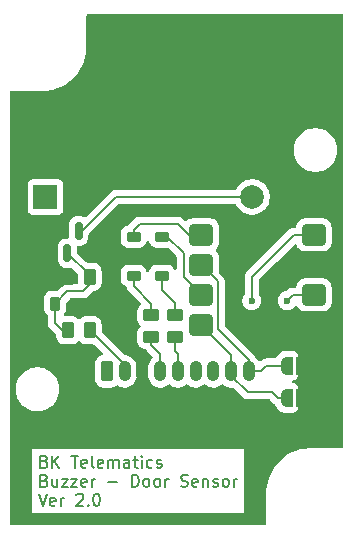
<source format=gbr>
%TF.GenerationSoftware,KiCad,Pcbnew,9.0.3*%
%TF.CreationDate,2025-07-22T15:46:12+03:00*%
%TF.ProjectId,buzzer_door_detect_board,62757a7a-6572-45f6-946f-6f725f646574,rev?*%
%TF.SameCoordinates,Original*%
%TF.FileFunction,Copper,L1,Top*%
%TF.FilePolarity,Positive*%
%FSLAX46Y46*%
G04 Gerber Fmt 4.6, Leading zero omitted, Abs format (unit mm)*
G04 Created by KiCad (PCBNEW 9.0.3) date 2025-07-22 15:46:12*
%MOMM*%
%LPD*%
G01*
G04 APERTURE LIST*
G04 Aperture macros list*
%AMRoundRect*
0 Rectangle with rounded corners*
0 $1 Rounding radius*
0 $2 $3 $4 $5 $6 $7 $8 $9 X,Y pos of 4 corners*
0 Add a 4 corners polygon primitive as box body*
4,1,4,$2,$3,$4,$5,$6,$7,$8,$9,$2,$3,0*
0 Add four circle primitives for the rounded corners*
1,1,$1+$1,$2,$3*
1,1,$1+$1,$4,$5*
1,1,$1+$1,$6,$7*
1,1,$1+$1,$8,$9*
0 Add four rect primitives between the rounded corners*
20,1,$1+$1,$2,$3,$4,$5,0*
20,1,$1+$1,$4,$5,$6,$7,0*
20,1,$1+$1,$6,$7,$8,$9,0*
20,1,$1+$1,$8,$9,$2,$3,0*%
%AMFreePoly0*
4,1,23,0.500000,-0.750000,0.000000,-0.750000,0.000000,-0.745722,-0.065263,-0.745722,-0.191342,-0.711940,-0.304381,-0.646677,-0.396677,-0.554381,-0.461940,-0.441342,-0.495722,-0.315263,-0.495722,-0.250000,-0.500000,-0.250000,-0.500000,0.250000,-0.495722,0.250000,-0.495722,0.315263,-0.461940,0.441342,-0.396677,0.554381,-0.304381,0.646677,-0.191342,0.711940,-0.065263,0.745722,0.000000,0.745722,
0.000000,0.750000,0.500000,0.750000,0.500000,-0.750000,0.500000,-0.750000,$1*%
%AMFreePoly1*
4,1,23,0.000000,0.745722,0.065263,0.745722,0.191342,0.711940,0.304381,0.646677,0.396677,0.554381,0.461940,0.441342,0.495722,0.315263,0.495722,0.250000,0.500000,0.250000,0.500000,-0.250000,0.495722,-0.250000,0.495722,-0.315263,0.461940,-0.441342,0.396677,-0.554381,0.304381,-0.646677,0.191342,-0.711940,0.065263,-0.745722,0.000000,-0.745722,0.000000,-0.750000,-0.500000,-0.750000,
-0.500000,0.750000,0.000000,0.750000,0.000000,0.745722,0.000000,0.745722,$1*%
G04 Aperture macros list end*
%ADD10C,0.180000*%
%TA.AperFunction,NonConductor*%
%ADD11C,0.180000*%
%TD*%
%TA.AperFunction,SMDPad,CuDef*%
%ADD12RoundRect,0.250000X0.262500X0.450000X-0.262500X0.450000X-0.262500X-0.450000X0.262500X-0.450000X0*%
%TD*%
%TA.AperFunction,SMDPad,CuDef*%
%ADD13FreePoly0,0.000000*%
%TD*%
%TA.AperFunction,SMDPad,CuDef*%
%ADD14FreePoly1,0.000000*%
%TD*%
%TA.AperFunction,SMDPad,CuDef*%
%ADD15RoundRect,0.225000X0.375000X-0.225000X0.375000X0.225000X-0.375000X0.225000X-0.375000X-0.225000X0*%
%TD*%
%TA.AperFunction,SMDPad,CuDef*%
%ADD16RoundRect,0.150000X0.150000X-0.587500X0.150000X0.587500X-0.150000X0.587500X-0.150000X-0.587500X0*%
%TD*%
%TA.AperFunction,SMDPad,CuDef*%
%ADD17RoundRect,0.250000X-0.450000X0.262500X-0.450000X-0.262500X0.450000X-0.262500X0.450000X0.262500X0*%
%TD*%
%TA.AperFunction,SMDPad,CuDef*%
%ADD18RoundRect,0.249999X-0.750001X-0.640001X0.750001X-0.640001X0.750001X0.640001X-0.750001X0.640001X0*%
%TD*%
%TA.AperFunction,SMDPad,CuDef*%
%ADD19RoundRect,0.250000X-0.262500X-0.450000X0.262500X-0.450000X0.262500X0.450000X-0.262500X0.450000X0*%
%TD*%
%TA.AperFunction,SMDPad,CuDef*%
%ADD20RoundRect,0.225000X-0.225000X-0.375000X0.225000X-0.375000X0.225000X0.375000X-0.225000X0.375000X0*%
%TD*%
%TA.AperFunction,ComponentPad*%
%ADD21R,2.000000X2.000000*%
%TD*%
%TA.AperFunction,ComponentPad*%
%ADD22C,2.000000*%
%TD*%
%TA.AperFunction,ComponentPad*%
%ADD23RoundRect,0.250000X-0.265000X-0.615000X0.265000X-0.615000X0.265000X0.615000X-0.265000X0.615000X0*%
%TD*%
%TA.AperFunction,ComponentPad*%
%ADD24O,1.030000X1.730000*%
%TD*%
%TA.AperFunction,ViaPad*%
%ADD25C,0.600000*%
%TD*%
%TA.AperFunction,Conductor*%
%ADD26C,0.200000*%
%TD*%
G04 APERTURE END LIST*
D10*
D11*
X43689849Y-81374561D02*
X43832706Y-81422180D01*
X43832706Y-81422180D02*
X43880325Y-81469799D01*
X43880325Y-81469799D02*
X43927944Y-81565037D01*
X43927944Y-81565037D02*
X43927944Y-81707894D01*
X43927944Y-81707894D02*
X43880325Y-81803132D01*
X43880325Y-81803132D02*
X43832706Y-81850752D01*
X43832706Y-81850752D02*
X43737468Y-81898371D01*
X43737468Y-81898371D02*
X43356516Y-81898371D01*
X43356516Y-81898371D02*
X43356516Y-80898371D01*
X43356516Y-80898371D02*
X43689849Y-80898371D01*
X43689849Y-80898371D02*
X43785087Y-80945990D01*
X43785087Y-80945990D02*
X43832706Y-80993609D01*
X43832706Y-80993609D02*
X43880325Y-81088847D01*
X43880325Y-81088847D02*
X43880325Y-81184085D01*
X43880325Y-81184085D02*
X43832706Y-81279323D01*
X43832706Y-81279323D02*
X43785087Y-81326942D01*
X43785087Y-81326942D02*
X43689849Y-81374561D01*
X43689849Y-81374561D02*
X43356516Y-81374561D01*
X44356516Y-81898371D02*
X44356516Y-80898371D01*
X44927944Y-81898371D02*
X44499373Y-81326942D01*
X44927944Y-80898371D02*
X44356516Y-81469799D01*
X45975564Y-80898371D02*
X46546992Y-80898371D01*
X46261278Y-81898371D02*
X46261278Y-80898371D01*
X47261278Y-81850752D02*
X47166040Y-81898371D01*
X47166040Y-81898371D02*
X46975564Y-81898371D01*
X46975564Y-81898371D02*
X46880326Y-81850752D01*
X46880326Y-81850752D02*
X46832707Y-81755513D01*
X46832707Y-81755513D02*
X46832707Y-81374561D01*
X46832707Y-81374561D02*
X46880326Y-81279323D01*
X46880326Y-81279323D02*
X46975564Y-81231704D01*
X46975564Y-81231704D02*
X47166040Y-81231704D01*
X47166040Y-81231704D02*
X47261278Y-81279323D01*
X47261278Y-81279323D02*
X47308897Y-81374561D01*
X47308897Y-81374561D02*
X47308897Y-81469799D01*
X47308897Y-81469799D02*
X46832707Y-81565037D01*
X47880326Y-81898371D02*
X47785088Y-81850752D01*
X47785088Y-81850752D02*
X47737469Y-81755513D01*
X47737469Y-81755513D02*
X47737469Y-80898371D01*
X48642231Y-81850752D02*
X48546993Y-81898371D01*
X48546993Y-81898371D02*
X48356517Y-81898371D01*
X48356517Y-81898371D02*
X48261279Y-81850752D01*
X48261279Y-81850752D02*
X48213660Y-81755513D01*
X48213660Y-81755513D02*
X48213660Y-81374561D01*
X48213660Y-81374561D02*
X48261279Y-81279323D01*
X48261279Y-81279323D02*
X48356517Y-81231704D01*
X48356517Y-81231704D02*
X48546993Y-81231704D01*
X48546993Y-81231704D02*
X48642231Y-81279323D01*
X48642231Y-81279323D02*
X48689850Y-81374561D01*
X48689850Y-81374561D02*
X48689850Y-81469799D01*
X48689850Y-81469799D02*
X48213660Y-81565037D01*
X49118422Y-81898371D02*
X49118422Y-81231704D01*
X49118422Y-81326942D02*
X49166041Y-81279323D01*
X49166041Y-81279323D02*
X49261279Y-81231704D01*
X49261279Y-81231704D02*
X49404136Y-81231704D01*
X49404136Y-81231704D02*
X49499374Y-81279323D01*
X49499374Y-81279323D02*
X49546993Y-81374561D01*
X49546993Y-81374561D02*
X49546993Y-81898371D01*
X49546993Y-81374561D02*
X49594612Y-81279323D01*
X49594612Y-81279323D02*
X49689850Y-81231704D01*
X49689850Y-81231704D02*
X49832707Y-81231704D01*
X49832707Y-81231704D02*
X49927946Y-81279323D01*
X49927946Y-81279323D02*
X49975565Y-81374561D01*
X49975565Y-81374561D02*
X49975565Y-81898371D01*
X50880326Y-81898371D02*
X50880326Y-81374561D01*
X50880326Y-81374561D02*
X50832707Y-81279323D01*
X50832707Y-81279323D02*
X50737469Y-81231704D01*
X50737469Y-81231704D02*
X50546993Y-81231704D01*
X50546993Y-81231704D02*
X50451755Y-81279323D01*
X50880326Y-81850752D02*
X50785088Y-81898371D01*
X50785088Y-81898371D02*
X50546993Y-81898371D01*
X50546993Y-81898371D02*
X50451755Y-81850752D01*
X50451755Y-81850752D02*
X50404136Y-81755513D01*
X50404136Y-81755513D02*
X50404136Y-81660275D01*
X50404136Y-81660275D02*
X50451755Y-81565037D01*
X50451755Y-81565037D02*
X50546993Y-81517418D01*
X50546993Y-81517418D02*
X50785088Y-81517418D01*
X50785088Y-81517418D02*
X50880326Y-81469799D01*
X51213660Y-81231704D02*
X51594612Y-81231704D01*
X51356517Y-80898371D02*
X51356517Y-81755513D01*
X51356517Y-81755513D02*
X51404136Y-81850752D01*
X51404136Y-81850752D02*
X51499374Y-81898371D01*
X51499374Y-81898371D02*
X51594612Y-81898371D01*
X51927946Y-81898371D02*
X51927946Y-81231704D01*
X51927946Y-80898371D02*
X51880327Y-80945990D01*
X51880327Y-80945990D02*
X51927946Y-80993609D01*
X51927946Y-80993609D02*
X51975565Y-80945990D01*
X51975565Y-80945990D02*
X51927946Y-80898371D01*
X51927946Y-80898371D02*
X51927946Y-80993609D01*
X52832707Y-81850752D02*
X52737469Y-81898371D01*
X52737469Y-81898371D02*
X52546993Y-81898371D01*
X52546993Y-81898371D02*
X52451755Y-81850752D01*
X52451755Y-81850752D02*
X52404136Y-81803132D01*
X52404136Y-81803132D02*
X52356517Y-81707894D01*
X52356517Y-81707894D02*
X52356517Y-81422180D01*
X52356517Y-81422180D02*
X52404136Y-81326942D01*
X52404136Y-81326942D02*
X52451755Y-81279323D01*
X52451755Y-81279323D02*
X52546993Y-81231704D01*
X52546993Y-81231704D02*
X52737469Y-81231704D01*
X52737469Y-81231704D02*
X52832707Y-81279323D01*
X53213660Y-81850752D02*
X53308898Y-81898371D01*
X53308898Y-81898371D02*
X53499374Y-81898371D01*
X53499374Y-81898371D02*
X53594612Y-81850752D01*
X53594612Y-81850752D02*
X53642231Y-81755513D01*
X53642231Y-81755513D02*
X53642231Y-81707894D01*
X53642231Y-81707894D02*
X53594612Y-81612656D01*
X53594612Y-81612656D02*
X53499374Y-81565037D01*
X53499374Y-81565037D02*
X53356517Y-81565037D01*
X53356517Y-81565037D02*
X53261279Y-81517418D01*
X53261279Y-81517418D02*
X53213660Y-81422180D01*
X53213660Y-81422180D02*
X53213660Y-81374561D01*
X53213660Y-81374561D02*
X53261279Y-81279323D01*
X53261279Y-81279323D02*
X53356517Y-81231704D01*
X53356517Y-81231704D02*
X53499374Y-81231704D01*
X53499374Y-81231704D02*
X53594612Y-81279323D01*
X43689849Y-82984505D02*
X43832706Y-83032124D01*
X43832706Y-83032124D02*
X43880325Y-83079743D01*
X43880325Y-83079743D02*
X43927944Y-83174981D01*
X43927944Y-83174981D02*
X43927944Y-83317838D01*
X43927944Y-83317838D02*
X43880325Y-83413076D01*
X43880325Y-83413076D02*
X43832706Y-83460696D01*
X43832706Y-83460696D02*
X43737468Y-83508315D01*
X43737468Y-83508315D02*
X43356516Y-83508315D01*
X43356516Y-83508315D02*
X43356516Y-82508315D01*
X43356516Y-82508315D02*
X43689849Y-82508315D01*
X43689849Y-82508315D02*
X43785087Y-82555934D01*
X43785087Y-82555934D02*
X43832706Y-82603553D01*
X43832706Y-82603553D02*
X43880325Y-82698791D01*
X43880325Y-82698791D02*
X43880325Y-82794029D01*
X43880325Y-82794029D02*
X43832706Y-82889267D01*
X43832706Y-82889267D02*
X43785087Y-82936886D01*
X43785087Y-82936886D02*
X43689849Y-82984505D01*
X43689849Y-82984505D02*
X43356516Y-82984505D01*
X44785087Y-82841648D02*
X44785087Y-83508315D01*
X44356516Y-82841648D02*
X44356516Y-83365457D01*
X44356516Y-83365457D02*
X44404135Y-83460696D01*
X44404135Y-83460696D02*
X44499373Y-83508315D01*
X44499373Y-83508315D02*
X44642230Y-83508315D01*
X44642230Y-83508315D02*
X44737468Y-83460696D01*
X44737468Y-83460696D02*
X44785087Y-83413076D01*
X45166040Y-82841648D02*
X45689849Y-82841648D01*
X45689849Y-82841648D02*
X45166040Y-83508315D01*
X45166040Y-83508315D02*
X45689849Y-83508315D01*
X45975564Y-82841648D02*
X46499373Y-82841648D01*
X46499373Y-82841648D02*
X45975564Y-83508315D01*
X45975564Y-83508315D02*
X46499373Y-83508315D01*
X47261278Y-83460696D02*
X47166040Y-83508315D01*
X47166040Y-83508315D02*
X46975564Y-83508315D01*
X46975564Y-83508315D02*
X46880326Y-83460696D01*
X46880326Y-83460696D02*
X46832707Y-83365457D01*
X46832707Y-83365457D02*
X46832707Y-82984505D01*
X46832707Y-82984505D02*
X46880326Y-82889267D01*
X46880326Y-82889267D02*
X46975564Y-82841648D01*
X46975564Y-82841648D02*
X47166040Y-82841648D01*
X47166040Y-82841648D02*
X47261278Y-82889267D01*
X47261278Y-82889267D02*
X47308897Y-82984505D01*
X47308897Y-82984505D02*
X47308897Y-83079743D01*
X47308897Y-83079743D02*
X46832707Y-83174981D01*
X47737469Y-83508315D02*
X47737469Y-82841648D01*
X47737469Y-83032124D02*
X47785088Y-82936886D01*
X47785088Y-82936886D02*
X47832707Y-82889267D01*
X47832707Y-82889267D02*
X47927945Y-82841648D01*
X47927945Y-82841648D02*
X48023183Y-82841648D01*
X49118422Y-83127362D02*
X49880327Y-83127362D01*
X51118422Y-83508315D02*
X51118422Y-82508315D01*
X51118422Y-82508315D02*
X51356517Y-82508315D01*
X51356517Y-82508315D02*
X51499374Y-82555934D01*
X51499374Y-82555934D02*
X51594612Y-82651172D01*
X51594612Y-82651172D02*
X51642231Y-82746410D01*
X51642231Y-82746410D02*
X51689850Y-82936886D01*
X51689850Y-82936886D02*
X51689850Y-83079743D01*
X51689850Y-83079743D02*
X51642231Y-83270219D01*
X51642231Y-83270219D02*
X51594612Y-83365457D01*
X51594612Y-83365457D02*
X51499374Y-83460696D01*
X51499374Y-83460696D02*
X51356517Y-83508315D01*
X51356517Y-83508315D02*
X51118422Y-83508315D01*
X52261279Y-83508315D02*
X52166041Y-83460696D01*
X52166041Y-83460696D02*
X52118422Y-83413076D01*
X52118422Y-83413076D02*
X52070803Y-83317838D01*
X52070803Y-83317838D02*
X52070803Y-83032124D01*
X52070803Y-83032124D02*
X52118422Y-82936886D01*
X52118422Y-82936886D02*
X52166041Y-82889267D01*
X52166041Y-82889267D02*
X52261279Y-82841648D01*
X52261279Y-82841648D02*
X52404136Y-82841648D01*
X52404136Y-82841648D02*
X52499374Y-82889267D01*
X52499374Y-82889267D02*
X52546993Y-82936886D01*
X52546993Y-82936886D02*
X52594612Y-83032124D01*
X52594612Y-83032124D02*
X52594612Y-83317838D01*
X52594612Y-83317838D02*
X52546993Y-83413076D01*
X52546993Y-83413076D02*
X52499374Y-83460696D01*
X52499374Y-83460696D02*
X52404136Y-83508315D01*
X52404136Y-83508315D02*
X52261279Y-83508315D01*
X53166041Y-83508315D02*
X53070803Y-83460696D01*
X53070803Y-83460696D02*
X53023184Y-83413076D01*
X53023184Y-83413076D02*
X52975565Y-83317838D01*
X52975565Y-83317838D02*
X52975565Y-83032124D01*
X52975565Y-83032124D02*
X53023184Y-82936886D01*
X53023184Y-82936886D02*
X53070803Y-82889267D01*
X53070803Y-82889267D02*
X53166041Y-82841648D01*
X53166041Y-82841648D02*
X53308898Y-82841648D01*
X53308898Y-82841648D02*
X53404136Y-82889267D01*
X53404136Y-82889267D02*
X53451755Y-82936886D01*
X53451755Y-82936886D02*
X53499374Y-83032124D01*
X53499374Y-83032124D02*
X53499374Y-83317838D01*
X53499374Y-83317838D02*
X53451755Y-83413076D01*
X53451755Y-83413076D02*
X53404136Y-83460696D01*
X53404136Y-83460696D02*
X53308898Y-83508315D01*
X53308898Y-83508315D02*
X53166041Y-83508315D01*
X53927946Y-83508315D02*
X53927946Y-82841648D01*
X53927946Y-83032124D02*
X53975565Y-82936886D01*
X53975565Y-82936886D02*
X54023184Y-82889267D01*
X54023184Y-82889267D02*
X54118422Y-82841648D01*
X54118422Y-82841648D02*
X54213660Y-82841648D01*
X55261280Y-83460696D02*
X55404137Y-83508315D01*
X55404137Y-83508315D02*
X55642232Y-83508315D01*
X55642232Y-83508315D02*
X55737470Y-83460696D01*
X55737470Y-83460696D02*
X55785089Y-83413076D01*
X55785089Y-83413076D02*
X55832708Y-83317838D01*
X55832708Y-83317838D02*
X55832708Y-83222600D01*
X55832708Y-83222600D02*
X55785089Y-83127362D01*
X55785089Y-83127362D02*
X55737470Y-83079743D01*
X55737470Y-83079743D02*
X55642232Y-83032124D01*
X55642232Y-83032124D02*
X55451756Y-82984505D01*
X55451756Y-82984505D02*
X55356518Y-82936886D01*
X55356518Y-82936886D02*
X55308899Y-82889267D01*
X55308899Y-82889267D02*
X55261280Y-82794029D01*
X55261280Y-82794029D02*
X55261280Y-82698791D01*
X55261280Y-82698791D02*
X55308899Y-82603553D01*
X55308899Y-82603553D02*
X55356518Y-82555934D01*
X55356518Y-82555934D02*
X55451756Y-82508315D01*
X55451756Y-82508315D02*
X55689851Y-82508315D01*
X55689851Y-82508315D02*
X55832708Y-82555934D01*
X56642232Y-83460696D02*
X56546994Y-83508315D01*
X56546994Y-83508315D02*
X56356518Y-83508315D01*
X56356518Y-83508315D02*
X56261280Y-83460696D01*
X56261280Y-83460696D02*
X56213661Y-83365457D01*
X56213661Y-83365457D02*
X56213661Y-82984505D01*
X56213661Y-82984505D02*
X56261280Y-82889267D01*
X56261280Y-82889267D02*
X56356518Y-82841648D01*
X56356518Y-82841648D02*
X56546994Y-82841648D01*
X56546994Y-82841648D02*
X56642232Y-82889267D01*
X56642232Y-82889267D02*
X56689851Y-82984505D01*
X56689851Y-82984505D02*
X56689851Y-83079743D01*
X56689851Y-83079743D02*
X56213661Y-83174981D01*
X57118423Y-82841648D02*
X57118423Y-83508315D01*
X57118423Y-82936886D02*
X57166042Y-82889267D01*
X57166042Y-82889267D02*
X57261280Y-82841648D01*
X57261280Y-82841648D02*
X57404137Y-82841648D01*
X57404137Y-82841648D02*
X57499375Y-82889267D01*
X57499375Y-82889267D02*
X57546994Y-82984505D01*
X57546994Y-82984505D02*
X57546994Y-83508315D01*
X57975566Y-83460696D02*
X58070804Y-83508315D01*
X58070804Y-83508315D02*
X58261280Y-83508315D01*
X58261280Y-83508315D02*
X58356518Y-83460696D01*
X58356518Y-83460696D02*
X58404137Y-83365457D01*
X58404137Y-83365457D02*
X58404137Y-83317838D01*
X58404137Y-83317838D02*
X58356518Y-83222600D01*
X58356518Y-83222600D02*
X58261280Y-83174981D01*
X58261280Y-83174981D02*
X58118423Y-83174981D01*
X58118423Y-83174981D02*
X58023185Y-83127362D01*
X58023185Y-83127362D02*
X57975566Y-83032124D01*
X57975566Y-83032124D02*
X57975566Y-82984505D01*
X57975566Y-82984505D02*
X58023185Y-82889267D01*
X58023185Y-82889267D02*
X58118423Y-82841648D01*
X58118423Y-82841648D02*
X58261280Y-82841648D01*
X58261280Y-82841648D02*
X58356518Y-82889267D01*
X58975566Y-83508315D02*
X58880328Y-83460696D01*
X58880328Y-83460696D02*
X58832709Y-83413076D01*
X58832709Y-83413076D02*
X58785090Y-83317838D01*
X58785090Y-83317838D02*
X58785090Y-83032124D01*
X58785090Y-83032124D02*
X58832709Y-82936886D01*
X58832709Y-82936886D02*
X58880328Y-82889267D01*
X58880328Y-82889267D02*
X58975566Y-82841648D01*
X58975566Y-82841648D02*
X59118423Y-82841648D01*
X59118423Y-82841648D02*
X59213661Y-82889267D01*
X59213661Y-82889267D02*
X59261280Y-82936886D01*
X59261280Y-82936886D02*
X59308899Y-83032124D01*
X59308899Y-83032124D02*
X59308899Y-83317838D01*
X59308899Y-83317838D02*
X59261280Y-83413076D01*
X59261280Y-83413076D02*
X59213661Y-83460696D01*
X59213661Y-83460696D02*
X59118423Y-83508315D01*
X59118423Y-83508315D02*
X58975566Y-83508315D01*
X59737471Y-83508315D02*
X59737471Y-82841648D01*
X59737471Y-83032124D02*
X59785090Y-82936886D01*
X59785090Y-82936886D02*
X59832709Y-82889267D01*
X59832709Y-82889267D02*
X59927947Y-82841648D01*
X59927947Y-82841648D02*
X60023185Y-82841648D01*
X43213659Y-84118259D02*
X43546992Y-85118259D01*
X43546992Y-85118259D02*
X43880325Y-84118259D01*
X44594611Y-85070640D02*
X44499373Y-85118259D01*
X44499373Y-85118259D02*
X44308897Y-85118259D01*
X44308897Y-85118259D02*
X44213659Y-85070640D01*
X44213659Y-85070640D02*
X44166040Y-84975401D01*
X44166040Y-84975401D02*
X44166040Y-84594449D01*
X44166040Y-84594449D02*
X44213659Y-84499211D01*
X44213659Y-84499211D02*
X44308897Y-84451592D01*
X44308897Y-84451592D02*
X44499373Y-84451592D01*
X44499373Y-84451592D02*
X44594611Y-84499211D01*
X44594611Y-84499211D02*
X44642230Y-84594449D01*
X44642230Y-84594449D02*
X44642230Y-84689687D01*
X44642230Y-84689687D02*
X44166040Y-84784925D01*
X45070802Y-85118259D02*
X45070802Y-84451592D01*
X45070802Y-84642068D02*
X45118421Y-84546830D01*
X45118421Y-84546830D02*
X45166040Y-84499211D01*
X45166040Y-84499211D02*
X45261278Y-84451592D01*
X45261278Y-84451592D02*
X45356516Y-84451592D01*
X46404136Y-84213497D02*
X46451755Y-84165878D01*
X46451755Y-84165878D02*
X46546993Y-84118259D01*
X46546993Y-84118259D02*
X46785088Y-84118259D01*
X46785088Y-84118259D02*
X46880326Y-84165878D01*
X46880326Y-84165878D02*
X46927945Y-84213497D01*
X46927945Y-84213497D02*
X46975564Y-84308735D01*
X46975564Y-84308735D02*
X46975564Y-84403973D01*
X46975564Y-84403973D02*
X46927945Y-84546830D01*
X46927945Y-84546830D02*
X46356517Y-85118259D01*
X46356517Y-85118259D02*
X46975564Y-85118259D01*
X47404136Y-85023020D02*
X47451755Y-85070640D01*
X47451755Y-85070640D02*
X47404136Y-85118259D01*
X47404136Y-85118259D02*
X47356517Y-85070640D01*
X47356517Y-85070640D02*
X47404136Y-85023020D01*
X47404136Y-85023020D02*
X47404136Y-85118259D01*
X48070802Y-84118259D02*
X48166040Y-84118259D01*
X48166040Y-84118259D02*
X48261278Y-84165878D01*
X48261278Y-84165878D02*
X48308897Y-84213497D01*
X48308897Y-84213497D02*
X48356516Y-84308735D01*
X48356516Y-84308735D02*
X48404135Y-84499211D01*
X48404135Y-84499211D02*
X48404135Y-84737306D01*
X48404135Y-84737306D02*
X48356516Y-84927782D01*
X48356516Y-84927782D02*
X48308897Y-85023020D01*
X48308897Y-85023020D02*
X48261278Y-85070640D01*
X48261278Y-85070640D02*
X48166040Y-85118259D01*
X48166040Y-85118259D02*
X48070802Y-85118259D01*
X48070802Y-85118259D02*
X47975564Y-85070640D01*
X47975564Y-85070640D02*
X47927945Y-85023020D01*
X47927945Y-85023020D02*
X47880326Y-84927782D01*
X47880326Y-84927782D02*
X47832707Y-84737306D01*
X47832707Y-84737306D02*
X47832707Y-84499211D01*
X47832707Y-84499211D02*
X47880326Y-84308735D01*
X47880326Y-84308735D02*
X47927945Y-84213497D01*
X47927945Y-84213497D02*
X47975564Y-84165878D01*
X47975564Y-84165878D02*
X48070802Y-84118259D01*
D12*
%TO.P,R1,1*%
%TO.N,/Buzzer_IN*%
X47527500Y-70250000D03*
%TO.P,R1,2*%
%TO.N,Net-(D1-K)*%
X45702500Y-70250000D03*
%TD*%
D13*
%TO.P,JP1,1,A*%
%TO.N,GND1*%
X64200000Y-73250000D03*
D14*
%TO.P,JP1,2,B*%
%TO.N,GND*%
X65500000Y-73250000D03*
%TD*%
D15*
%TO.P,D3,1,K*%
%TO.N,Net-(D3-K)*%
X53642500Y-65650000D03*
%TO.P,D3,2,A*%
%TO.N,Net-(D3-A)*%
X53642500Y-62350000D03*
%TD*%
%TO.P,D2,1,K*%
%TO.N,Net-(D2-K)*%
X51250000Y-65650000D03*
%TO.P,D2,2,A*%
%TO.N,Net-(D2-A)*%
X51250000Y-62350000D03*
%TD*%
D16*
%TO.P,Q2,1,B*%
%TO.N,Net-(D1-K)*%
X45645000Y-63735043D03*
%TO.P,Q2,2,E*%
%TO.N,GND*%
X47545000Y-63735043D03*
%TO.P,Q2,3,C*%
%TO.N,Net-(BZ1--)*%
X46595000Y-61860043D03*
%TD*%
D17*
%TO.P,R6,1*%
%TO.N,Net-(D3-K)*%
X54750000Y-69007500D03*
%TO.P,R6,2*%
%TO.N,/IN_B*%
X54750000Y-70832500D03*
%TD*%
%TO.P,R5,1*%
%TO.N,Net-(D2-K)*%
X52750000Y-68997500D03*
%TO.P,R5,2*%
%TO.N,/IN_A*%
X52750000Y-70822500D03*
%TD*%
D18*
%TO.P,U1,1*%
%TO.N,Net-(D2-A)*%
X56985000Y-62190000D03*
%TO.P,U1,2*%
%TO.N,GND1*%
X56985000Y-64730000D03*
%TO.P,U1,3*%
%TO.N,Net-(D3-A)*%
X56985000Y-67270000D03*
%TO.P,U1,4*%
%TO.N,GND2*%
X56985000Y-69810000D03*
%TO.P,U1,5*%
%TO.N,GND*%
X66515000Y-69810000D03*
%TO.P,U1,6*%
%TO.N,/OUT_B*%
X66515000Y-67270000D03*
%TO.P,U1,7*%
%TO.N,GND*%
X66515000Y-64730000D03*
%TO.P,U1,8*%
%TO.N,/OUT_A*%
X66515000Y-62190000D03*
%TD*%
D19*
%TO.P,R2,1*%
%TO.N,GND*%
X45702500Y-65735043D03*
%TO.P,R2,2*%
%TO.N,Net-(D1-K)*%
X47527500Y-65735043D03*
%TD*%
D20*
%TO.P,D1,1,K*%
%TO.N,Net-(D1-K)*%
X44600000Y-68000000D03*
%TO.P,D1,2,A*%
%TO.N,GND*%
X47900000Y-68000000D03*
%TD*%
D13*
%TO.P,JP2,1,A*%
%TO.N,GND2*%
X64200000Y-76000000D03*
D14*
%TO.P,JP2,2,B*%
%TO.N,GND*%
X65500000Y-76000000D03*
%TD*%
D21*
%TO.P,BZ1,1,+*%
%TO.N,VCC*%
X43790000Y-58970000D03*
D22*
%TO.P,BZ1,2,-*%
%TO.N,Net-(BZ1--)*%
X61290000Y-58970000D03*
%TD*%
D23*
%TO.P,J10,1,Pin_1*%
%TO.N,VCC*%
X49000000Y-73750000D03*
D24*
%TO.P,J10,2,Pin_2*%
%TO.N,/Buzzer_IN*%
X50500000Y-73750000D03*
%TO.P,J10,3,Pin_3*%
%TO.N,GND*%
X52000000Y-73750000D03*
%TO.P,J10,4,Pin_4*%
%TO.N,/IN_A*%
X53500000Y-73750000D03*
%TO.P,J10,5,Pin_5*%
%TO.N,/IN_B*%
X55000000Y-73750000D03*
%TO.P,J10,6,Pin_6*%
%TO.N,/OUT_A*%
X56500000Y-73750000D03*
%TO.P,J10,7,Pin_7*%
%TO.N,/OUT_B*%
X58000000Y-73750000D03*
%TO.P,J10,8,Pin_8*%
%TO.N,GND2*%
X59500000Y-73750000D03*
%TO.P,J10,9,Pin_9*%
%TO.N,GND1*%
X61000000Y-73750000D03*
%TD*%
D25*
%TO.N,GND*%
X47740000Y-43980000D03*
X44750000Y-65750000D03*
X68410000Y-74355000D03*
X68410000Y-58762500D03*
X66350000Y-73270000D03*
X56922500Y-86260000D03*
X62150000Y-82690000D03*
X41330000Y-81950000D03*
X47510000Y-47350000D03*
X68410000Y-79552500D03*
X48250000Y-63750000D03*
X65000000Y-69750000D03*
X46527500Y-86260000D03*
X68530000Y-43980000D03*
X46950000Y-68060000D03*
X52937500Y-43980000D03*
X62120000Y-86260000D03*
X68410000Y-69157500D03*
X63332500Y-43980000D03*
X41250000Y-66082500D03*
X58135000Y-43980000D03*
X41250000Y-71280000D03*
X41250000Y-55687500D03*
X65000000Y-64750000D03*
X66410000Y-76020000D03*
X41250000Y-50490000D03*
X51725000Y-86260000D03*
X41330000Y-86260000D03*
X44620000Y-50360000D03*
X41250000Y-60885000D03*
X65040000Y-79680000D03*
X68410000Y-63960000D03*
%TO.N,/OUT_A*%
X61250000Y-67750000D03*
%TO.N,/OUT_B*%
X64250000Y-67750000D03*
%TD*%
D26*
%TO.N,Net-(BZ1--)*%
X49750000Y-58970000D02*
X61290000Y-58970000D01*
X46595000Y-61860043D02*
X46859957Y-61860043D01*
X46859957Y-61860043D02*
X49750000Y-58970000D01*
%TO.N,Net-(D1-K)*%
X47527500Y-66000000D02*
X47527500Y-65735043D01*
X44600000Y-69650000D02*
X44600000Y-68000000D01*
X47527500Y-66372500D02*
X47527500Y-65735043D01*
X45702500Y-70250000D02*
X45200000Y-70250000D01*
X47527500Y-65617543D02*
X45645000Y-63735043D01*
X44600000Y-68000000D02*
X45630000Y-66970000D01*
X47527500Y-65735043D02*
X47527500Y-65617543D01*
X45702500Y-70250000D02*
X45952500Y-70250000D01*
X47500000Y-66027500D02*
X47527500Y-66000000D01*
X45630000Y-66970000D02*
X46930000Y-66970000D01*
X46930000Y-66970000D02*
X47527500Y-66372500D01*
X45200000Y-70250000D02*
X44600000Y-69650000D01*
%TO.N,GND*%
X47527500Y-68027500D02*
X47500000Y-68000000D01*
%TO.N,Net-(D2-K)*%
X51250000Y-66500000D02*
X52750000Y-68000000D01*
X52750000Y-68000000D02*
X52750000Y-68997500D01*
X51250000Y-65650000D02*
X51250000Y-66500000D01*
%TO.N,Net-(D2-A)*%
X51250000Y-61750000D02*
X51750000Y-61250000D01*
X51250000Y-62350000D02*
X51250000Y-61750000D01*
X51750000Y-61250000D02*
X55000000Y-61250000D01*
X55000000Y-61250000D02*
X55940000Y-62190000D01*
X55940000Y-62190000D02*
X56985000Y-62190000D01*
%TO.N,Net-(D3-A)*%
X56985000Y-67270000D02*
X56985000Y-67235000D01*
X55500000Y-65750000D02*
X55500000Y-63750000D01*
X53642500Y-62350000D02*
X54100000Y-62350000D01*
X54100000Y-62350000D02*
X55500000Y-63750000D01*
X56985000Y-67235000D02*
X55500000Y-65750000D01*
%TO.N,Net-(D3-K)*%
X54750000Y-69007500D02*
X54750000Y-67957500D01*
X54146250Y-67353750D02*
X53792500Y-67000000D01*
X53642500Y-65650000D02*
X53642500Y-66850000D01*
X54750000Y-67957500D02*
X54146250Y-67353750D01*
X53642500Y-66850000D02*
X54146250Y-67353750D01*
%TO.N,/IN_A*%
X53500000Y-72250000D02*
X53500000Y-73750000D01*
X52750000Y-70822500D02*
X52750000Y-71500000D01*
X52750000Y-71500000D02*
X53500000Y-72250000D01*
%TO.N,/IN_B*%
X54750000Y-72000000D02*
X55000000Y-72250000D01*
X55000000Y-72250000D02*
X55000000Y-73750000D01*
X54750000Y-70832500D02*
X54750000Y-72000000D01*
%TO.N,GND1*%
X62500000Y-73250000D02*
X64200000Y-73250000D01*
X58377500Y-66122500D02*
X56985000Y-64730000D01*
X61000000Y-73750000D02*
X61000000Y-72750000D01*
X58377500Y-70127500D02*
X58377500Y-66122500D01*
X61000000Y-73750000D02*
X62000000Y-73750000D01*
X62000000Y-73750000D02*
X62500000Y-73250000D01*
X61000000Y-72750000D02*
X58377500Y-70127500D01*
%TO.N,GND2*%
X59500000Y-73750000D02*
X59500000Y-72325000D01*
X59500000Y-73750000D02*
X59500000Y-74100000D01*
X59500000Y-72325000D02*
X56985000Y-69810000D01*
X60900000Y-75500000D02*
X63000000Y-75500000D01*
X59500000Y-74100000D02*
X60900000Y-75500000D01*
X63000000Y-75500000D02*
X63500000Y-76000000D01*
X63500000Y-76000000D02*
X64200000Y-76000000D01*
%TO.N,/OUT_A*%
X61250000Y-65750000D02*
X61250000Y-67750000D01*
X64810000Y-62190000D02*
X61250000Y-65750000D01*
X66515000Y-62190000D02*
X64810000Y-62190000D01*
%TO.N,/OUT_B*%
X64730000Y-67270000D02*
X64250000Y-67750000D01*
X66515000Y-67270000D02*
X64730000Y-67270000D01*
%TO.N,/Buzzer_IN*%
X50500000Y-73222500D02*
X50500000Y-73750000D01*
X47527500Y-70250000D02*
X50500000Y-73222500D01*
%TD*%
%TA.AperFunction,Conductor*%
%TO.N,GND*%
G36*
X68942539Y-43520185D02*
G01*
X68988294Y-43572989D01*
X68999500Y-43624500D01*
X68999500Y-80125170D01*
X68979815Y-80192209D01*
X68927011Y-80237964D01*
X68875500Y-80249170D01*
X66315537Y-80249170D01*
X66315511Y-80249163D01*
X66249619Y-80249170D01*
X66176572Y-80249170D01*
X66176462Y-80249176D01*
X66065386Y-80249187D01*
X65698657Y-80285339D01*
X65337268Y-80357254D01*
X65337266Y-80357254D01*
X64984662Y-80464240D01*
X64644227Y-80605273D01*
X64319256Y-80778990D01*
X64012883Y-80983713D01*
X63728041Y-81217482D01*
X63467482Y-81478041D01*
X63233713Y-81762883D01*
X63028990Y-82069256D01*
X62855273Y-82394227D01*
X62714240Y-82734662D01*
X62607254Y-83087266D01*
X62607254Y-83087268D01*
X62535339Y-83448657D01*
X62499187Y-83815386D01*
X62499171Y-83993854D01*
X62499170Y-83999619D01*
X62499163Y-84065511D01*
X62499460Y-84066619D01*
X62499499Y-84075661D01*
X62499471Y-84075756D01*
X62499500Y-84076195D01*
X62499500Y-86625500D01*
X62479815Y-86692539D01*
X62427011Y-86738294D01*
X62375500Y-86749500D01*
X40874500Y-86749500D01*
X40807461Y-86729815D01*
X40761706Y-86677011D01*
X40750500Y-86625500D01*
X40750500Y-85714789D01*
X42617129Y-85714789D01*
X60618685Y-85714789D01*
X60618685Y-80301842D01*
X42617129Y-80301842D01*
X42617129Y-85714789D01*
X40750500Y-85714789D01*
X40750500Y-75128711D01*
X41259500Y-75128711D01*
X41259500Y-75371288D01*
X41291161Y-75611785D01*
X41353947Y-75846104D01*
X41409624Y-75980520D01*
X41446776Y-76070212D01*
X41568064Y-76280289D01*
X41568066Y-76280292D01*
X41568067Y-76280293D01*
X41715733Y-76472736D01*
X41715739Y-76472743D01*
X41887256Y-76644260D01*
X41887263Y-76644266D01*
X41954359Y-76695750D01*
X42079711Y-76791936D01*
X42289788Y-76913224D01*
X42513900Y-77006054D01*
X42748211Y-77068838D01*
X42928586Y-77092584D01*
X42988711Y-77100500D01*
X42988712Y-77100500D01*
X43231289Y-77100500D01*
X43279388Y-77094167D01*
X43471789Y-77068838D01*
X43706100Y-77006054D01*
X43930212Y-76913224D01*
X44140289Y-76791936D01*
X44332738Y-76644265D01*
X44504265Y-76472738D01*
X44651936Y-76280289D01*
X44773224Y-76070212D01*
X44866054Y-75846100D01*
X44928838Y-75611789D01*
X44960500Y-75371288D01*
X44960500Y-75128712D01*
X44958735Y-75115309D01*
X44946594Y-75023081D01*
X44928838Y-74888211D01*
X44866054Y-74653900D01*
X44773224Y-74429788D01*
X44651936Y-74219711D01*
X44504265Y-74027262D01*
X44504260Y-74027256D01*
X44332743Y-73855739D01*
X44332736Y-73855733D01*
X44140293Y-73708067D01*
X44140292Y-73708066D01*
X44140289Y-73708064D01*
X43930212Y-73586776D01*
X43930205Y-73586773D01*
X43706104Y-73493947D01*
X43471785Y-73431161D01*
X43231289Y-73399500D01*
X43231288Y-73399500D01*
X42988712Y-73399500D01*
X42988711Y-73399500D01*
X42748214Y-73431161D01*
X42513895Y-73493947D01*
X42289794Y-73586773D01*
X42289785Y-73586777D01*
X42079706Y-73708067D01*
X41887263Y-73855733D01*
X41887256Y-73855739D01*
X41715739Y-74027256D01*
X41715733Y-74027263D01*
X41568067Y-74219706D01*
X41446777Y-74429785D01*
X41446773Y-74429794D01*
X41353947Y-74653895D01*
X41291161Y-74888214D01*
X41259500Y-75128711D01*
X40750500Y-75128711D01*
X40750500Y-67576647D01*
X43649500Y-67576647D01*
X43649500Y-68423337D01*
X43649501Y-68423355D01*
X43659650Y-68522707D01*
X43659651Y-68522710D01*
X43712996Y-68683694D01*
X43713001Y-68683705D01*
X43802029Y-68828040D01*
X43802032Y-68828044D01*
X43921956Y-68947968D01*
X43940596Y-68959465D01*
X43987321Y-69011412D01*
X43999500Y-69065004D01*
X43999500Y-69563330D01*
X43999499Y-69563348D01*
X43999499Y-69729054D01*
X43999498Y-69729054D01*
X43999499Y-69729057D01*
X44040423Y-69881785D01*
X44041495Y-69883642D01*
X44042377Y-69885168D01*
X44042382Y-69885189D01*
X44042387Y-69885187D01*
X44119475Y-70018709D01*
X44119481Y-70018717D01*
X44238349Y-70137585D01*
X44238355Y-70137590D01*
X44653181Y-70552416D01*
X44686666Y-70613739D01*
X44689500Y-70640096D01*
X44689500Y-70750000D01*
X44689501Y-70750019D01*
X44700000Y-70852796D01*
X44700001Y-70852799D01*
X44755185Y-71019331D01*
X44755186Y-71019334D01*
X44847288Y-71168656D01*
X44971344Y-71292712D01*
X45120666Y-71384814D01*
X45287203Y-71439999D01*
X45389991Y-71450500D01*
X46015008Y-71450499D01*
X46015016Y-71450498D01*
X46015019Y-71450498D01*
X46071302Y-71444748D01*
X46117797Y-71439999D01*
X46284334Y-71384814D01*
X46433656Y-71292712D01*
X46527319Y-71199049D01*
X46588642Y-71165564D01*
X46658334Y-71170548D01*
X46702681Y-71199049D01*
X46796344Y-71292712D01*
X46945666Y-71384814D01*
X47112203Y-71439999D01*
X47214991Y-71450500D01*
X47827402Y-71450499D01*
X47894441Y-71470183D01*
X47915083Y-71486818D01*
X48621114Y-72192849D01*
X48654599Y-72254172D01*
X48649615Y-72323864D01*
X48607743Y-72379797D01*
X48572438Y-72398236D01*
X48415666Y-72450186D01*
X48415663Y-72450187D01*
X48266342Y-72542289D01*
X48142289Y-72666342D01*
X48050187Y-72815663D01*
X48050186Y-72815666D01*
X47995001Y-72982203D01*
X47995001Y-72982204D01*
X47995000Y-72982204D01*
X47984500Y-73084983D01*
X47984500Y-74415001D01*
X47984501Y-74415018D01*
X47995000Y-74517796D01*
X47995001Y-74517799D01*
X48040099Y-74653895D01*
X48050186Y-74684334D01*
X48142288Y-74833656D01*
X48266344Y-74957712D01*
X48415666Y-75049814D01*
X48582203Y-75104999D01*
X48684991Y-75115500D01*
X49315008Y-75115499D01*
X49315016Y-75115498D01*
X49315019Y-75115498D01*
X49371302Y-75109748D01*
X49417797Y-75104999D01*
X49584334Y-75049814D01*
X49733656Y-74957712D01*
X49750674Y-74940693D01*
X49811994Y-74907206D01*
X49881686Y-74912187D01*
X49907249Y-74925269D01*
X50018973Y-74999921D01*
X50018986Y-74999928D01*
X50115749Y-75040008D01*
X50203789Y-75076475D01*
X50347185Y-75104998D01*
X50399977Y-75115499D01*
X50399981Y-75115500D01*
X50399982Y-75115500D01*
X50600019Y-75115500D01*
X50600020Y-75115499D01*
X50796211Y-75076475D01*
X50981020Y-74999925D01*
X51147344Y-74888791D01*
X51288791Y-74747344D01*
X51399925Y-74581020D01*
X51476475Y-74396211D01*
X51515500Y-74200018D01*
X51515500Y-73299982D01*
X51476475Y-73103789D01*
X51423901Y-72976863D01*
X51399928Y-72918986D01*
X51399921Y-72918973D01*
X51288791Y-72752656D01*
X51288788Y-72752652D01*
X51147347Y-72611211D01*
X51147343Y-72611208D01*
X50981026Y-72500078D01*
X50981013Y-72500071D01*
X50796215Y-72423526D01*
X50796203Y-72423523D01*
X50600022Y-72384500D01*
X50600018Y-72384500D01*
X50562597Y-72384500D01*
X50495558Y-72364815D01*
X50474916Y-72348181D01*
X48576818Y-70450083D01*
X48543333Y-70388760D01*
X48540499Y-70362402D01*
X48540499Y-69749998D01*
X48540498Y-69749981D01*
X48529999Y-69647203D01*
X48529998Y-69647200D01*
X48504729Y-69570943D01*
X48474814Y-69480666D01*
X48382712Y-69331344D01*
X48258656Y-69207288D01*
X48109334Y-69115186D01*
X47942797Y-69060001D01*
X47942795Y-69060000D01*
X47840010Y-69049500D01*
X47214998Y-69049500D01*
X47214980Y-69049501D01*
X47112203Y-69060000D01*
X47112200Y-69060001D01*
X46945668Y-69115185D01*
X46945663Y-69115187D01*
X46796342Y-69207289D01*
X46702681Y-69300951D01*
X46641358Y-69334436D01*
X46571666Y-69329452D01*
X46527319Y-69300951D01*
X46433657Y-69207289D01*
X46433656Y-69207288D01*
X46284334Y-69115186D01*
X46117797Y-69060001D01*
X46117795Y-69060000D01*
X46015016Y-69049500D01*
X45475873Y-69049500D01*
X45408834Y-69029815D01*
X45363079Y-68977011D01*
X45353135Y-68907853D01*
X45382160Y-68844297D01*
X45388181Y-68837830D01*
X45397968Y-68828044D01*
X45487003Y-68683697D01*
X45540349Y-68522708D01*
X45550500Y-68423345D01*
X45550499Y-67950096D01*
X45570183Y-67883058D01*
X45586818Y-67862416D01*
X45842416Y-67606819D01*
X45903739Y-67573334D01*
X45930097Y-67570500D01*
X46843331Y-67570500D01*
X46843347Y-67570501D01*
X46850943Y-67570501D01*
X47009054Y-67570501D01*
X47009057Y-67570501D01*
X47161785Y-67529577D01*
X47211904Y-67500639D01*
X47298716Y-67450520D01*
X47410520Y-67338716D01*
X47410521Y-67338714D01*
X47779506Y-66969728D01*
X47840827Y-66936245D01*
X47854584Y-66934053D01*
X47903492Y-66929057D01*
X47942797Y-66925042D01*
X48109334Y-66869857D01*
X48258656Y-66777755D01*
X48382712Y-66653699D01*
X48474814Y-66504377D01*
X48529999Y-66337840D01*
X48540500Y-66235052D01*
X48540499Y-65235035D01*
X48529999Y-65132246D01*
X48474814Y-64965709D01*
X48382712Y-64816387D01*
X48258656Y-64692331D01*
X48109334Y-64600229D01*
X47942797Y-64545044D01*
X47942795Y-64545043D01*
X47840016Y-64534543D01*
X47840009Y-64534543D01*
X47345097Y-64534543D01*
X47278058Y-64514858D01*
X47257416Y-64498224D01*
X46481819Y-63722627D01*
X46448334Y-63661304D01*
X46445500Y-63634946D01*
X46445500Y-63222043D01*
X46465185Y-63155004D01*
X46517989Y-63109249D01*
X46569500Y-63098043D01*
X46810686Y-63098043D01*
X46810694Y-63098043D01*
X46847569Y-63095141D01*
X46847571Y-63095140D01*
X46847573Y-63095140D01*
X46893347Y-63081841D01*
X47005398Y-63049287D01*
X47146865Y-62965624D01*
X47263081Y-62849408D01*
X47346744Y-62707941D01*
X47392598Y-62550112D01*
X47395500Y-62513237D01*
X47395500Y-62225097D01*
X47404144Y-62195656D01*
X47410668Y-62165670D01*
X47414422Y-62160654D01*
X47415185Y-62158058D01*
X47431819Y-62137416D01*
X47492588Y-62076647D01*
X50149500Y-62076647D01*
X50149500Y-62623337D01*
X50149501Y-62623355D01*
X50159650Y-62722707D01*
X50159651Y-62722710D01*
X50212996Y-62883694D01*
X50213001Y-62883705D01*
X50302029Y-63028040D01*
X50302032Y-63028044D01*
X50421955Y-63147967D01*
X50421959Y-63147970D01*
X50566294Y-63236998D01*
X50566297Y-63236999D01*
X50566303Y-63237003D01*
X50727292Y-63290349D01*
X50826655Y-63300500D01*
X51673344Y-63300499D01*
X51673352Y-63300498D01*
X51673355Y-63300498D01*
X51727760Y-63294940D01*
X51772708Y-63290349D01*
X51933697Y-63237003D01*
X52078044Y-63147968D01*
X52197968Y-63028044D01*
X52287003Y-62883697D01*
X52328544Y-62758332D01*
X52368317Y-62700888D01*
X52432832Y-62674065D01*
X52501608Y-62686380D01*
X52552808Y-62733923D01*
X52563956Y-62758333D01*
X52605496Y-62883694D01*
X52605501Y-62883705D01*
X52694529Y-63028040D01*
X52694532Y-63028044D01*
X52814455Y-63147967D01*
X52814459Y-63147970D01*
X52958794Y-63236998D01*
X52958797Y-63236999D01*
X52958803Y-63237003D01*
X53119792Y-63290349D01*
X53219155Y-63300500D01*
X54065844Y-63300499D01*
X54130096Y-63293935D01*
X54198786Y-63306704D01*
X54230377Y-63329612D01*
X54863181Y-63962416D01*
X54896666Y-64023739D01*
X54899500Y-64050097D01*
X54899500Y-65035737D01*
X54879815Y-65102776D01*
X54827011Y-65148531D01*
X54757853Y-65158475D01*
X54694297Y-65129450D01*
X54669962Y-65100834D01*
X54590470Y-64971959D01*
X54590467Y-64971955D01*
X54470544Y-64852032D01*
X54470540Y-64852029D01*
X54326205Y-64763001D01*
X54326199Y-64762998D01*
X54326197Y-64762997D01*
X54326194Y-64762996D01*
X54165209Y-64709651D01*
X54065846Y-64699500D01*
X53219162Y-64699500D01*
X53219144Y-64699501D01*
X53119792Y-64709650D01*
X53119789Y-64709651D01*
X52958805Y-64762996D01*
X52958794Y-64763001D01*
X52814459Y-64852029D01*
X52814455Y-64852032D01*
X52694532Y-64971955D01*
X52694529Y-64971959D01*
X52605501Y-65116294D01*
X52605496Y-65116305D01*
X52563956Y-65241666D01*
X52524183Y-65299111D01*
X52459667Y-65325934D01*
X52390892Y-65313619D01*
X52339692Y-65266076D01*
X52328544Y-65241666D01*
X52297682Y-65148531D01*
X52287003Y-65116303D01*
X52286999Y-65116297D01*
X52286998Y-65116294D01*
X52197970Y-64971959D01*
X52197967Y-64971955D01*
X52078044Y-64852032D01*
X52078040Y-64852029D01*
X51933705Y-64763001D01*
X51933699Y-64762998D01*
X51933697Y-64762997D01*
X51933694Y-64762996D01*
X51772709Y-64709651D01*
X51673346Y-64699500D01*
X50826662Y-64699500D01*
X50826644Y-64699501D01*
X50727292Y-64709650D01*
X50727289Y-64709651D01*
X50566305Y-64762996D01*
X50566294Y-64763001D01*
X50421959Y-64852029D01*
X50421955Y-64852032D01*
X50302032Y-64971955D01*
X50302029Y-64971959D01*
X50213001Y-65116294D01*
X50212996Y-65116305D01*
X50159651Y-65277290D01*
X50149500Y-65376647D01*
X50149500Y-65923337D01*
X50149501Y-65923355D01*
X50159650Y-66022707D01*
X50159651Y-66022710D01*
X50212996Y-66183694D01*
X50213001Y-66183705D01*
X50302029Y-66328040D01*
X50302032Y-66328044D01*
X50421955Y-66447967D01*
X50421959Y-66447970D01*
X50566294Y-66536998D01*
X50566296Y-66536999D01*
X50566303Y-66537003D01*
X50581771Y-66542128D01*
X50585225Y-66544519D01*
X50589411Y-66544940D01*
X50613714Y-66564243D01*
X50639215Y-66581898D01*
X50641766Y-66586524D01*
X50644123Y-66588396D01*
X50651561Y-66604282D01*
X50660144Y-66619844D01*
X50661474Y-66623748D01*
X50690423Y-66731785D01*
X50703526Y-66754480D01*
X50709597Y-66764995D01*
X50709598Y-66764998D01*
X50769477Y-66868712D01*
X50769481Y-66868717D01*
X50888349Y-66987585D01*
X50888355Y-66987590D01*
X51851395Y-67950630D01*
X51884880Y-68011953D01*
X51879896Y-68081645D01*
X51838024Y-68137578D01*
X51832820Y-68141120D01*
X51831343Y-68142288D01*
X51707289Y-68266342D01*
X51615187Y-68415663D01*
X51615185Y-68415668D01*
X51612641Y-68423345D01*
X51560001Y-68582203D01*
X51560001Y-68582204D01*
X51560000Y-68582204D01*
X51549500Y-68684983D01*
X51549500Y-69310001D01*
X51549501Y-69310019D01*
X51560000Y-69412796D01*
X51560001Y-69412799D01*
X51615185Y-69579331D01*
X51615187Y-69579336D01*
X51707289Y-69728657D01*
X51800951Y-69822319D01*
X51834436Y-69883642D01*
X51829452Y-69953334D01*
X51800951Y-69997681D01*
X51707289Y-70091342D01*
X51615187Y-70240663D01*
X51615186Y-70240666D01*
X51560001Y-70407203D01*
X51560001Y-70407204D01*
X51560000Y-70407204D01*
X51549500Y-70509983D01*
X51549500Y-71135001D01*
X51549501Y-71135019D01*
X51560000Y-71237796D01*
X51560001Y-71237799D01*
X51578197Y-71292710D01*
X51615186Y-71404334D01*
X51707288Y-71553656D01*
X51831344Y-71677712D01*
X51980666Y-71769814D01*
X52147203Y-71824999D01*
X52190816Y-71829454D01*
X52213599Y-71838750D01*
X52237640Y-71843980D01*
X52251085Y-71854044D01*
X52255507Y-71855849D01*
X52265895Y-71865130D01*
X52269478Y-71868713D01*
X52269480Y-71868716D01*
X52381284Y-71980520D01*
X52381286Y-71980521D01*
X52388356Y-71987591D01*
X52844633Y-72443868D01*
X52878118Y-72505191D01*
X52873134Y-72574883D01*
X52844634Y-72619230D01*
X52711208Y-72752656D01*
X52600078Y-72918973D01*
X52600071Y-72918986D01*
X52523526Y-73103784D01*
X52523523Y-73103796D01*
X52484500Y-73299977D01*
X52484500Y-74200022D01*
X52523523Y-74396203D01*
X52523526Y-74396215D01*
X52600071Y-74581013D01*
X52600078Y-74581026D01*
X52711208Y-74747343D01*
X52711211Y-74747347D01*
X52852652Y-74888788D01*
X52852656Y-74888791D01*
X53018973Y-74999921D01*
X53018986Y-74999928D01*
X53115749Y-75040008D01*
X53203789Y-75076475D01*
X53347185Y-75104998D01*
X53399977Y-75115499D01*
X53399981Y-75115500D01*
X53399982Y-75115500D01*
X53600019Y-75115500D01*
X53600020Y-75115499D01*
X53796211Y-75076475D01*
X53981020Y-74999925D01*
X54147344Y-74888791D01*
X54162318Y-74873816D01*
X54223639Y-74840331D01*
X54293331Y-74845314D01*
X54337681Y-74873816D01*
X54352076Y-74888211D01*
X54352657Y-74888792D01*
X54518973Y-74999921D01*
X54518986Y-74999928D01*
X54615749Y-75040008D01*
X54703789Y-75076475D01*
X54847185Y-75104998D01*
X54899977Y-75115499D01*
X54899981Y-75115500D01*
X54899982Y-75115500D01*
X55100019Y-75115500D01*
X55100020Y-75115499D01*
X55296211Y-75076475D01*
X55481020Y-74999925D01*
X55647344Y-74888791D01*
X55662318Y-74873816D01*
X55723639Y-74840331D01*
X55793331Y-74845314D01*
X55837681Y-74873816D01*
X55852076Y-74888211D01*
X55852657Y-74888792D01*
X56018973Y-74999921D01*
X56018986Y-74999928D01*
X56115749Y-75040008D01*
X56203789Y-75076475D01*
X56347185Y-75104998D01*
X56399977Y-75115499D01*
X56399981Y-75115500D01*
X56399982Y-75115500D01*
X56600019Y-75115500D01*
X56600020Y-75115499D01*
X56796211Y-75076475D01*
X56981020Y-74999925D01*
X57147344Y-74888791D01*
X57162318Y-74873816D01*
X57223639Y-74840331D01*
X57293331Y-74845314D01*
X57337681Y-74873816D01*
X57352076Y-74888211D01*
X57352657Y-74888792D01*
X57518973Y-74999921D01*
X57518986Y-74999928D01*
X57615749Y-75040008D01*
X57703789Y-75076475D01*
X57847185Y-75104998D01*
X57899977Y-75115499D01*
X57899981Y-75115500D01*
X57899982Y-75115500D01*
X58100019Y-75115500D01*
X58100020Y-75115499D01*
X58296211Y-75076475D01*
X58481020Y-74999925D01*
X58647344Y-74888791D01*
X58662318Y-74873816D01*
X58723639Y-74840331D01*
X58793331Y-74845314D01*
X58837681Y-74873816D01*
X58852076Y-74888211D01*
X58852657Y-74888792D01*
X59018973Y-74999921D01*
X59018986Y-74999928D01*
X59115749Y-75040008D01*
X59203789Y-75076475D01*
X59347185Y-75104998D01*
X59399977Y-75115499D01*
X59399981Y-75115500D01*
X59399982Y-75115500D01*
X59600012Y-75115500D01*
X59600018Y-75115500D01*
X59600023Y-75115498D01*
X59601950Y-75115309D01*
X59602958Y-75115500D01*
X59606110Y-75115500D01*
X59606110Y-75116097D01*
X59670597Y-75128322D01*
X59701795Y-75151030D01*
X60415139Y-75864374D01*
X60415149Y-75864385D01*
X60419479Y-75868715D01*
X60419480Y-75868716D01*
X60531284Y-75980520D01*
X60618095Y-76030639D01*
X60618097Y-76030641D01*
X60656151Y-76052611D01*
X60668215Y-76059577D01*
X60820943Y-76100501D01*
X60820946Y-76100501D01*
X60986653Y-76100501D01*
X60986669Y-76100500D01*
X62699903Y-76100500D01*
X62766942Y-76120185D01*
X62787583Y-76136818D01*
X63131284Y-76480520D01*
X63194543Y-76517042D01*
X63242758Y-76567608D01*
X63247099Y-76576966D01*
X63296299Y-76695743D01*
X63296302Y-76695750D01*
X63296303Y-76695751D01*
X63362120Y-76809749D01*
X63362132Y-76809767D01*
X63442455Y-76914444D01*
X63442459Y-76914449D01*
X63535551Y-77007541D01*
X63535555Y-77007544D01*
X63640232Y-77087867D01*
X63640236Y-77087869D01*
X63640243Y-77087875D01*
X63640250Y-77087879D01*
X63754248Y-77153696D01*
X63754249Y-77153697D01*
X63754252Y-77153698D01*
X63754257Y-77153701D01*
X63876171Y-77204200D01*
X64003338Y-77238275D01*
X64134174Y-77255500D01*
X64134181Y-77255500D01*
X64700000Y-77255500D01*
X64771940Y-77250355D01*
X64909992Y-77209819D01*
X65031032Y-77132031D01*
X65125254Y-77023294D01*
X65174964Y-76914444D01*
X65185023Y-76892419D01*
X65185024Y-76892414D01*
X65205500Y-76750000D01*
X65205500Y-75250000D01*
X65200355Y-75178060D01*
X65159819Y-75040008D01*
X65129261Y-74992459D01*
X65082032Y-74918969D01*
X65082028Y-74918965D01*
X64973299Y-74824750D01*
X64973297Y-74824748D01*
X64973294Y-74824746D01*
X64973290Y-74824744D01*
X64842419Y-74764976D01*
X64842415Y-74764975D01*
X64731549Y-74749036D01*
X64667994Y-74720011D01*
X64630219Y-74661233D01*
X64630219Y-74591364D01*
X64667993Y-74532585D01*
X64731549Y-74503560D01*
X64740345Y-74502614D01*
X64771940Y-74500355D01*
X64909992Y-74459819D01*
X65031032Y-74382031D01*
X65125254Y-74273294D01*
X65185024Y-74142416D01*
X65205500Y-74000000D01*
X65205500Y-72500000D01*
X65200355Y-72428060D01*
X65199023Y-72423525D01*
X65187565Y-72384501D01*
X65159819Y-72290008D01*
X65129261Y-72242459D01*
X65082032Y-72168969D01*
X65082028Y-72168965D01*
X64973299Y-72074750D01*
X64973295Y-72074747D01*
X64973294Y-72074746D01*
X64973290Y-72074744D01*
X64842419Y-72014976D01*
X64842414Y-72014975D01*
X64700000Y-71994500D01*
X64134174Y-71994500D01*
X64134166Y-71994500D01*
X64003341Y-72011724D01*
X63876170Y-72045800D01*
X63754249Y-72096302D01*
X63754248Y-72096303D01*
X63640250Y-72162120D01*
X63640232Y-72162132D01*
X63535555Y-72242455D01*
X63535545Y-72242464D01*
X63442464Y-72335545D01*
X63442455Y-72335555D01*
X63362132Y-72440232D01*
X63362120Y-72440250D01*
X63296302Y-72554249D01*
X63296298Y-72554257D01*
X63288556Y-72572951D01*
X63244716Y-72627355D01*
X63178422Y-72649421D01*
X63173994Y-72649500D01*
X62586670Y-72649500D01*
X62586654Y-72649499D01*
X62579058Y-72649499D01*
X62420943Y-72649499D01*
X62358078Y-72666344D01*
X62268214Y-72690423D01*
X62268209Y-72690426D01*
X62131290Y-72769475D01*
X62131282Y-72769481D01*
X62039551Y-72861211D01*
X61978228Y-72894695D01*
X61908536Y-72889710D01*
X61852603Y-72847838D01*
X61848779Y-72842435D01*
X61788791Y-72752656D01*
X61788789Y-72752653D01*
X61647346Y-72611210D01*
X61632756Y-72601462D01*
X61609591Y-72585983D01*
X61569211Y-72541496D01*
X61562424Y-72528845D01*
X61559577Y-72518216D01*
X61559577Y-72518215D01*
X61520300Y-72450186D01*
X61504908Y-72423526D01*
X61480522Y-72381287D01*
X61480521Y-72381286D01*
X61480520Y-72381284D01*
X61368716Y-72269480D01*
X61368715Y-72269479D01*
X61364385Y-72265149D01*
X61364374Y-72265139D01*
X59014319Y-69915084D01*
X58980834Y-69853761D01*
X58978000Y-69827403D01*
X58978000Y-67671153D01*
X60449500Y-67671153D01*
X60449500Y-67828846D01*
X60480261Y-67983489D01*
X60480264Y-67983501D01*
X60540602Y-68129172D01*
X60540609Y-68129185D01*
X60628210Y-68260288D01*
X60628213Y-68260292D01*
X60739707Y-68371786D01*
X60739711Y-68371789D01*
X60870814Y-68459390D01*
X60870827Y-68459397D01*
X61016498Y-68519735D01*
X61016503Y-68519737D01*
X61171153Y-68550499D01*
X61171156Y-68550500D01*
X61171158Y-68550500D01*
X61328844Y-68550500D01*
X61328845Y-68550499D01*
X61483497Y-68519737D01*
X61629179Y-68459394D01*
X61760289Y-68371789D01*
X61871789Y-68260289D01*
X61959394Y-68129179D01*
X62019737Y-67983497D01*
X62050500Y-67828842D01*
X62050500Y-67671158D01*
X62050500Y-67671155D01*
X62050499Y-67671153D01*
X63449500Y-67671153D01*
X63449500Y-67828846D01*
X63480261Y-67983489D01*
X63480264Y-67983501D01*
X63540602Y-68129172D01*
X63540609Y-68129185D01*
X63628210Y-68260288D01*
X63628213Y-68260292D01*
X63739707Y-68371786D01*
X63739711Y-68371789D01*
X63870814Y-68459390D01*
X63870827Y-68459397D01*
X64016498Y-68519735D01*
X64016503Y-68519737D01*
X64171153Y-68550499D01*
X64171156Y-68550500D01*
X64171158Y-68550500D01*
X64328844Y-68550500D01*
X64328845Y-68550499D01*
X64483497Y-68519737D01*
X64629179Y-68459394D01*
X64760289Y-68371789D01*
X64871789Y-68260289D01*
X64882807Y-68243799D01*
X64936417Y-68198995D01*
X65005742Y-68190286D01*
X65068770Y-68220440D01*
X65091446Y-68247591D01*
X65172288Y-68378656D01*
X65296344Y-68502712D01*
X65445665Y-68594814D01*
X65612202Y-68649999D01*
X65714990Y-68660500D01*
X65714995Y-68660500D01*
X67315005Y-68660500D01*
X67315010Y-68660500D01*
X67417798Y-68649999D01*
X67584335Y-68594814D01*
X67733656Y-68502712D01*
X67857712Y-68378656D01*
X67949814Y-68229335D01*
X68004999Y-68062798D01*
X68015500Y-67960010D01*
X68015500Y-66579990D01*
X68004999Y-66477202D01*
X67949814Y-66310665D01*
X67857712Y-66161344D01*
X67733656Y-66037288D01*
X67584335Y-65945186D01*
X67417798Y-65890001D01*
X67417796Y-65890000D01*
X67315017Y-65879500D01*
X67315010Y-65879500D01*
X65714990Y-65879500D01*
X65714982Y-65879500D01*
X65612203Y-65890000D01*
X65612202Y-65890001D01*
X65529669Y-65917349D01*
X65445667Y-65945185D01*
X65445662Y-65945187D01*
X65296342Y-66037289D01*
X65172289Y-66161342D01*
X65080187Y-66310662D01*
X65080185Y-66310667D01*
X65052349Y-66394669D01*
X65025001Y-66477202D01*
X65025001Y-66477203D01*
X65025000Y-66477203D01*
X65016736Y-66558103D01*
X65015741Y-66560540D01*
X65016116Y-66563147D01*
X65002616Y-66592706D01*
X64990340Y-66622794D01*
X64988185Y-66624307D01*
X64987091Y-66626703D01*
X64959753Y-66644271D01*
X64933159Y-66662946D01*
X64929845Y-66663491D01*
X64928313Y-66664477D01*
X64893378Y-66669500D01*
X64816670Y-66669500D01*
X64816654Y-66669499D01*
X64809058Y-66669499D01*
X64650943Y-66669499D01*
X64574579Y-66689961D01*
X64498214Y-66710423D01*
X64498209Y-66710426D01*
X64361290Y-66789475D01*
X64361286Y-66789478D01*
X64235337Y-66915427D01*
X64174014Y-66948911D01*
X64171848Y-66949362D01*
X64016508Y-66980261D01*
X64016498Y-66980264D01*
X63870827Y-67040602D01*
X63870814Y-67040609D01*
X63739711Y-67128210D01*
X63739707Y-67128213D01*
X63628213Y-67239707D01*
X63628210Y-67239711D01*
X63540609Y-67370814D01*
X63540602Y-67370827D01*
X63480264Y-67516498D01*
X63480261Y-67516510D01*
X63449500Y-67671153D01*
X62050499Y-67671153D01*
X62042901Y-67632955D01*
X62019737Y-67516503D01*
X62005133Y-67481245D01*
X61959397Y-67370827D01*
X61959390Y-67370814D01*
X61871398Y-67239125D01*
X61850520Y-67172447D01*
X61850500Y-67170234D01*
X61850500Y-66050097D01*
X61870185Y-65983058D01*
X61886819Y-65962416D01*
X63351011Y-64498224D01*
X64843385Y-63005849D01*
X64904706Y-62972366D01*
X64974398Y-62977350D01*
X65030331Y-63019222D01*
X65048770Y-63054528D01*
X65080185Y-63149332D01*
X65080187Y-63149337D01*
X65115070Y-63205890D01*
X65172288Y-63298656D01*
X65296344Y-63422712D01*
X65445665Y-63514814D01*
X65612202Y-63569999D01*
X65714990Y-63580500D01*
X65714995Y-63580500D01*
X67315005Y-63580500D01*
X67315010Y-63580500D01*
X67417798Y-63569999D01*
X67584335Y-63514814D01*
X67733656Y-63422712D01*
X67857712Y-63298656D01*
X67949814Y-63149335D01*
X68004999Y-62982798D01*
X68015500Y-62880010D01*
X68015500Y-61499990D01*
X68004999Y-61397202D01*
X67949814Y-61230665D01*
X67857712Y-61081344D01*
X67733656Y-60957288D01*
X67610434Y-60881284D01*
X67584337Y-60865187D01*
X67584332Y-60865185D01*
X67582863Y-60864698D01*
X67417798Y-60810001D01*
X67417796Y-60810000D01*
X67315017Y-60799500D01*
X67315010Y-60799500D01*
X65714990Y-60799500D01*
X65714982Y-60799500D01*
X65612203Y-60810000D01*
X65612202Y-60810001D01*
X65529669Y-60837349D01*
X65445667Y-60865185D01*
X65445662Y-60865187D01*
X65296342Y-60957289D01*
X65172289Y-61081342D01*
X65080187Y-61230662D01*
X65080185Y-61230667D01*
X65067324Y-61269480D01*
X65025001Y-61397202D01*
X65025001Y-61397203D01*
X65025000Y-61397203D01*
X65016736Y-61478103D01*
X64990340Y-61542794D01*
X64933159Y-61582946D01*
X64893378Y-61589500D01*
X64889057Y-61589500D01*
X64730942Y-61589500D01*
X64578215Y-61630423D01*
X64578214Y-61630423D01*
X64578212Y-61630424D01*
X64578209Y-61630425D01*
X64528096Y-61659359D01*
X64528095Y-61659360D01*
X64506280Y-61671955D01*
X64441285Y-61709479D01*
X64441282Y-61709481D01*
X60769481Y-65381282D01*
X60769479Y-65381285D01*
X60719361Y-65468094D01*
X60719359Y-65468096D01*
X60690425Y-65518209D01*
X60690424Y-65518210D01*
X60690423Y-65518215D01*
X60649499Y-65670943D01*
X60649499Y-65670945D01*
X60649499Y-65839046D01*
X60649500Y-65839059D01*
X60649500Y-67170234D01*
X60629815Y-67237273D01*
X60628602Y-67239125D01*
X60540609Y-67370814D01*
X60540602Y-67370827D01*
X60480264Y-67516498D01*
X60480261Y-67516510D01*
X60449500Y-67671153D01*
X58978000Y-67671153D01*
X58978000Y-66043443D01*
X58975449Y-66033923D01*
X58971579Y-66019481D01*
X58961479Y-65981785D01*
X58937077Y-65890716D01*
X58936664Y-65890000D01*
X58858024Y-65753790D01*
X58858021Y-65753786D01*
X58858020Y-65753784D01*
X58746216Y-65641980D01*
X58746215Y-65641979D01*
X58741885Y-65637649D01*
X58741874Y-65637639D01*
X58521819Y-65417584D01*
X58488334Y-65356261D01*
X58485500Y-65329903D01*
X58485500Y-64039995D01*
X58485499Y-64039982D01*
X58474999Y-63937203D01*
X58474999Y-63937202D01*
X58419814Y-63770665D01*
X58327712Y-63621344D01*
X58254049Y-63547681D01*
X58220564Y-63486358D01*
X58225548Y-63416666D01*
X58254049Y-63372319D01*
X58327712Y-63298656D01*
X58419814Y-63149335D01*
X58474999Y-62982798D01*
X58485500Y-62880010D01*
X58485500Y-61499990D01*
X58474999Y-61397202D01*
X58419814Y-61230665D01*
X58327712Y-61081344D01*
X58203656Y-60957288D01*
X58080434Y-60881284D01*
X58054337Y-60865187D01*
X58054332Y-60865185D01*
X58052863Y-60864698D01*
X57887798Y-60810001D01*
X57887796Y-60810000D01*
X57785017Y-60799500D01*
X57785010Y-60799500D01*
X56184990Y-60799500D01*
X56184982Y-60799500D01*
X56082203Y-60810000D01*
X56082202Y-60810001D01*
X55999669Y-60837349D01*
X55915667Y-60865185D01*
X55915662Y-60865187D01*
X55766342Y-60957289D01*
X55749112Y-60974519D01*
X55741167Y-60978856D01*
X55735743Y-60986103D01*
X55710983Y-60995337D01*
X55687788Y-61008003D01*
X55678759Y-61007357D01*
X55670279Y-61010520D01*
X55644458Y-61004903D01*
X55618097Y-61003017D01*
X55609044Y-60997199D01*
X55602006Y-60995668D01*
X55573752Y-60974517D01*
X55487590Y-60888355D01*
X55487588Y-60888352D01*
X55368717Y-60769481D01*
X55368716Y-60769480D01*
X55281904Y-60719360D01*
X55281904Y-60719359D01*
X55281900Y-60719358D01*
X55231785Y-60690423D01*
X55079057Y-60649499D01*
X54920943Y-60649499D01*
X54913347Y-60649499D01*
X54913331Y-60649500D01*
X51836670Y-60649500D01*
X51836654Y-60649499D01*
X51829058Y-60649499D01*
X51670943Y-60649499D01*
X51594579Y-60669961D01*
X51518214Y-60690423D01*
X51518209Y-60690426D01*
X51381290Y-60769475D01*
X51381282Y-60769481D01*
X50768744Y-61382019D01*
X50720068Y-61412044D01*
X50566303Y-61462997D01*
X50566294Y-61463001D01*
X50421959Y-61552029D01*
X50421955Y-61552032D01*
X50302032Y-61671955D01*
X50302029Y-61671959D01*
X50213001Y-61816294D01*
X50212996Y-61816305D01*
X50159651Y-61977290D01*
X50149500Y-62076647D01*
X47492588Y-62076647D01*
X49962416Y-59606819D01*
X50023739Y-59573334D01*
X50050097Y-59570500D01*
X59835932Y-59570500D01*
X59902971Y-59590185D01*
X59946416Y-59638203D01*
X60006657Y-59756433D01*
X60145483Y-59947510D01*
X60312490Y-60114517D01*
X60503567Y-60253343D01*
X60602991Y-60304002D01*
X60714003Y-60360566D01*
X60714005Y-60360566D01*
X60714008Y-60360568D01*
X60834412Y-60399689D01*
X60938631Y-60433553D01*
X61171903Y-60470500D01*
X61171908Y-60470500D01*
X61408097Y-60470500D01*
X61641368Y-60433553D01*
X61865992Y-60360568D01*
X62076433Y-60253343D01*
X62267510Y-60114517D01*
X62434517Y-59947510D01*
X62573343Y-59756433D01*
X62680568Y-59545992D01*
X62753553Y-59321368D01*
X62790500Y-59088097D01*
X62790500Y-58851902D01*
X62753553Y-58618631D01*
X62711589Y-58489480D01*
X62680568Y-58394008D01*
X62680566Y-58394005D01*
X62680566Y-58394003D01*
X62573342Y-58183566D01*
X62434517Y-57992490D01*
X62267510Y-57825483D01*
X62076433Y-57686657D01*
X61865996Y-57579433D01*
X61641368Y-57506446D01*
X61408097Y-57469500D01*
X61408092Y-57469500D01*
X61171908Y-57469500D01*
X61171903Y-57469500D01*
X60938631Y-57506446D01*
X60714003Y-57579433D01*
X60503566Y-57686657D01*
X60447119Y-57727669D01*
X60312490Y-57825483D01*
X60312488Y-57825485D01*
X60312487Y-57825485D01*
X60145485Y-57992487D01*
X60145485Y-57992488D01*
X60145483Y-57992490D01*
X60085862Y-58074550D01*
X60006657Y-58183566D01*
X59946417Y-58301795D01*
X59898442Y-58352591D01*
X59835932Y-58369500D01*
X49836669Y-58369500D01*
X49836653Y-58369499D01*
X49829057Y-58369499D01*
X49670943Y-58369499D01*
X49579476Y-58394008D01*
X49518210Y-58410424D01*
X49518209Y-58410425D01*
X49468096Y-58439359D01*
X49468095Y-58439360D01*
X49424689Y-58464420D01*
X49381285Y-58489479D01*
X49381282Y-58489481D01*
X49269478Y-58601286D01*
X47195672Y-60675091D01*
X47134349Y-60708576D01*
X47064657Y-60703592D01*
X47044871Y-60694143D01*
X47012655Y-60675091D01*
X47005398Y-60670799D01*
X47005396Y-60670798D01*
X47005394Y-60670797D01*
X46847573Y-60624945D01*
X46847567Y-60624944D01*
X46810701Y-60622043D01*
X46810694Y-60622043D01*
X46379306Y-60622043D01*
X46379298Y-60622043D01*
X46342432Y-60624944D01*
X46342426Y-60624945D01*
X46184606Y-60670797D01*
X46184603Y-60670798D01*
X46043137Y-60754460D01*
X46043129Y-60754466D01*
X45926923Y-60870672D01*
X45926917Y-60870680D01*
X45843255Y-61012146D01*
X45843254Y-61012149D01*
X45797402Y-61169969D01*
X45797401Y-61169975D01*
X45794500Y-61206841D01*
X45794500Y-62373043D01*
X45774815Y-62440082D01*
X45722011Y-62485837D01*
X45670500Y-62497043D01*
X45429298Y-62497043D01*
X45392432Y-62499944D01*
X45392426Y-62499945D01*
X45234606Y-62545797D01*
X45234603Y-62545798D01*
X45093137Y-62629460D01*
X45093129Y-62629466D01*
X44976923Y-62745672D01*
X44976917Y-62745680D01*
X44893255Y-62887146D01*
X44893254Y-62887149D01*
X44847402Y-63044969D01*
X44847401Y-63044975D01*
X44844500Y-63081841D01*
X44844500Y-64388244D01*
X44847401Y-64425110D01*
X44847402Y-64425116D01*
X44893254Y-64582936D01*
X44893255Y-64582939D01*
X44893256Y-64582941D01*
X44903480Y-64600229D01*
X44976917Y-64724405D01*
X44976923Y-64724413D01*
X45093129Y-64840619D01*
X45093133Y-64840622D01*
X45093135Y-64840624D01*
X45234602Y-64924287D01*
X45276224Y-64936379D01*
X45392426Y-64970140D01*
X45392429Y-64970140D01*
X45392431Y-64970141D01*
X45429306Y-64973043D01*
X45429314Y-64973043D01*
X45860686Y-64973043D01*
X45860694Y-64973043D01*
X45897569Y-64970141D01*
X45930432Y-64960593D01*
X46000298Y-64960790D01*
X46052709Y-64991987D01*
X46478181Y-65417459D01*
X46511666Y-65478782D01*
X46514500Y-65505140D01*
X46514500Y-66235044D01*
X46514662Y-66238206D01*
X46513279Y-66238276D01*
X46501515Y-66301583D01*
X46453638Y-66352471D01*
X46390923Y-66369500D01*
X45716669Y-66369500D01*
X45716653Y-66369499D01*
X45709057Y-66369499D01*
X45550943Y-66369499D01*
X45443587Y-66398265D01*
X45398210Y-66410424D01*
X45398209Y-66410425D01*
X45348096Y-66439359D01*
X45348095Y-66439360D01*
X45333182Y-66447970D01*
X45261285Y-66489479D01*
X45261282Y-66489481D01*
X45149478Y-66601286D01*
X44887582Y-66863181D01*
X44826259Y-66896666D01*
X44799901Y-66899500D01*
X44326662Y-66899500D01*
X44326644Y-66899501D01*
X44227292Y-66909650D01*
X44227289Y-66909651D01*
X44066305Y-66962996D01*
X44066294Y-66963001D01*
X43921959Y-67052029D01*
X43921955Y-67052032D01*
X43802032Y-67171955D01*
X43802029Y-67171959D01*
X43713001Y-67316294D01*
X43712996Y-67316305D01*
X43659651Y-67477290D01*
X43649500Y-67576647D01*
X40750500Y-67576647D01*
X40750500Y-57922135D01*
X42289500Y-57922135D01*
X42289500Y-60017870D01*
X42289501Y-60017876D01*
X42295908Y-60077483D01*
X42346202Y-60212328D01*
X42346206Y-60212335D01*
X42432452Y-60327544D01*
X42432455Y-60327547D01*
X42547664Y-60413793D01*
X42547671Y-60413797D01*
X42682517Y-60464091D01*
X42682516Y-60464091D01*
X42689444Y-60464835D01*
X42742127Y-60470500D01*
X44837872Y-60470499D01*
X44897483Y-60464091D01*
X45032331Y-60413796D01*
X45147546Y-60327546D01*
X45233796Y-60212331D01*
X45284091Y-60077483D01*
X45290500Y-60017873D01*
X45290499Y-57922128D01*
X45284091Y-57862517D01*
X45270278Y-57825483D01*
X45233797Y-57727671D01*
X45233793Y-57727664D01*
X45147547Y-57612455D01*
X45147544Y-57612452D01*
X45032335Y-57526206D01*
X45032328Y-57526202D01*
X44897482Y-57475908D01*
X44897483Y-57475908D01*
X44837883Y-57469501D01*
X44837881Y-57469500D01*
X44837873Y-57469500D01*
X44837864Y-57469500D01*
X42742129Y-57469500D01*
X42742123Y-57469501D01*
X42682516Y-57475908D01*
X42547671Y-57526202D01*
X42547664Y-57526206D01*
X42432455Y-57612452D01*
X42432452Y-57612455D01*
X42346206Y-57727664D01*
X42346202Y-57727671D01*
X42295908Y-57862517D01*
X42289501Y-57922116D01*
X42289501Y-57922123D01*
X42289500Y-57922135D01*
X40750500Y-57922135D01*
X40750500Y-54878711D01*
X64789500Y-54878711D01*
X64789500Y-55121288D01*
X64821161Y-55361785D01*
X64883947Y-55596104D01*
X64976773Y-55820205D01*
X64976776Y-55820212D01*
X65098064Y-56030289D01*
X65098066Y-56030292D01*
X65098067Y-56030293D01*
X65245733Y-56222736D01*
X65245739Y-56222743D01*
X65417256Y-56394260D01*
X65417262Y-56394265D01*
X65609711Y-56541936D01*
X65819788Y-56663224D01*
X66043900Y-56756054D01*
X66278211Y-56818838D01*
X66458586Y-56842584D01*
X66518711Y-56850500D01*
X66518712Y-56850500D01*
X66761289Y-56850500D01*
X66809388Y-56844167D01*
X67001789Y-56818838D01*
X67236100Y-56756054D01*
X67460212Y-56663224D01*
X67670289Y-56541936D01*
X67862738Y-56394265D01*
X68034265Y-56222738D01*
X68181936Y-56030289D01*
X68303224Y-55820212D01*
X68396054Y-55596100D01*
X68458838Y-55361789D01*
X68490500Y-55121288D01*
X68490500Y-54878712D01*
X68458838Y-54638211D01*
X68396054Y-54403900D01*
X68303224Y-54179788D01*
X68181936Y-53969711D01*
X68034265Y-53777262D01*
X68034260Y-53777256D01*
X67862743Y-53605739D01*
X67862736Y-53605733D01*
X67670293Y-53458067D01*
X67670292Y-53458066D01*
X67670289Y-53458064D01*
X67460212Y-53336776D01*
X67460205Y-53336773D01*
X67236104Y-53243947D01*
X67001785Y-53181161D01*
X66761289Y-53149500D01*
X66761288Y-53149500D01*
X66518712Y-53149500D01*
X66518711Y-53149500D01*
X66278214Y-53181161D01*
X66043895Y-53243947D01*
X65819794Y-53336773D01*
X65819785Y-53336777D01*
X65609706Y-53458067D01*
X65417263Y-53605733D01*
X65417256Y-53605739D01*
X65245739Y-53777256D01*
X65245733Y-53777263D01*
X65098067Y-53969706D01*
X64976777Y-54179785D01*
X64976773Y-54179794D01*
X64883947Y-54403895D01*
X64821161Y-54638214D01*
X64789500Y-54878711D01*
X40750500Y-54878711D01*
X40750500Y-50124562D01*
X40770185Y-50057523D01*
X40822989Y-50011768D01*
X40874510Y-50000562D01*
X43434439Y-50000823D01*
X43434489Y-50000837D01*
X43498739Y-50000830D01*
X43565841Y-50000837D01*
X43565843Y-50000836D01*
X43574182Y-50000837D01*
X43574407Y-50000822D01*
X43684623Y-50000812D01*
X44051331Y-49964662D01*
X44051340Y-49964660D01*
X44051342Y-49964660D01*
X44108767Y-49953232D01*
X44412731Y-49892746D01*
X44765342Y-49785758D01*
X45105771Y-49644728D01*
X45430739Y-49471012D01*
X45737119Y-49266285D01*
X46021959Y-49032517D01*
X46282517Y-48771959D01*
X46516285Y-48487119D01*
X46721012Y-48180739D01*
X46894728Y-47855771D01*
X47035758Y-47515342D01*
X47142746Y-47162731D01*
X47214662Y-46801331D01*
X47250812Y-46434623D01*
X47250830Y-46250381D01*
X47250837Y-46184489D01*
X47250539Y-46183378D01*
X47250501Y-46174343D01*
X47250528Y-46174247D01*
X47250500Y-46173809D01*
X47250500Y-43624500D01*
X47270185Y-43557461D01*
X47322989Y-43511706D01*
X47374500Y-43500500D01*
X68875500Y-43500500D01*
X68942539Y-43520185D01*
G37*
%TD.AperFunction*%
%TD*%
M02*

</source>
